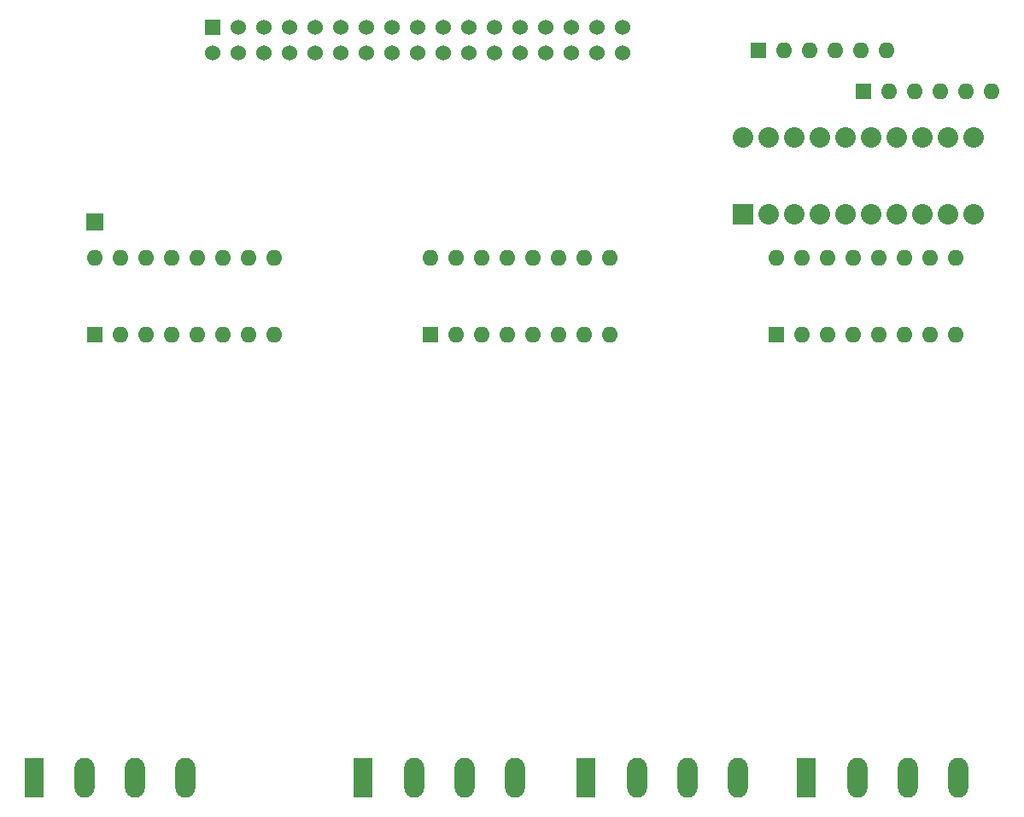
<source format=gbr>
%TF.GenerationSoftware,KiCad,Pcbnew,5.1.6-c6e7f7d~86~ubuntu18.04.1*%
%TF.CreationDate,2020-07-18T15:31:23+02:00*%
%TF.ProjectId,sboxnet-gbm,73626f78-6e65-4742-9d67-626d2e6b6963,rev?*%
%TF.SameCoordinates,Original*%
%TF.FileFunction,Copper,L1,Top*%
%TF.FilePolarity,Positive*%
%FSLAX46Y46*%
G04 Gerber Fmt 4.6, Leading zero omitted, Abs format (unit mm)*
G04 Created by KiCad (PCBNEW 5.1.6-c6e7f7d~86~ubuntu18.04.1) date 2020-07-18 15:31:23*
%MOMM*%
%LPD*%
G01*
G04 APERTURE LIST*
%TA.AperFunction,ComponentPad*%
%ADD10R,1.700000X1.700000*%
%TD*%
%TA.AperFunction,ComponentPad*%
%ADD11C,2.032000*%
%TD*%
%TA.AperFunction,ComponentPad*%
%ADD12R,2.032000X2.032000*%
%TD*%
%TA.AperFunction,ComponentPad*%
%ADD13O,1.600000X1.600000*%
%TD*%
%TA.AperFunction,ComponentPad*%
%ADD14R,1.600000X1.600000*%
%TD*%
%TA.AperFunction,ComponentPad*%
%ADD15C,1.524000*%
%TD*%
%TA.AperFunction,ComponentPad*%
%ADD16R,1.524000X1.524000*%
%TD*%
%TA.AperFunction,ComponentPad*%
%ADD17O,1.980000X3.960000*%
%TD*%
%TA.AperFunction,ComponentPad*%
%ADD18R,1.980000X3.960000*%
%TD*%
G04 APERTURE END LIST*
D10*
X62003940Y-54643020D03*
D11*
X126238000Y-46228000D03*
X128778000Y-46228000D03*
X131318000Y-46228000D03*
X133858000Y-46228000D03*
X146558000Y-53848000D03*
X149098000Y-53848000D03*
X149098000Y-46228000D03*
X146558000Y-46228000D03*
X144018000Y-53848000D03*
X141478000Y-53848000D03*
X138938000Y-53848000D03*
X136398000Y-53848000D03*
X136398000Y-46228000D03*
X138938000Y-46228000D03*
X141478000Y-46228000D03*
X144018000Y-46228000D03*
X133858000Y-53848000D03*
X131318000Y-53848000D03*
X128778000Y-53848000D03*
D12*
X126238000Y-53848000D03*
D13*
X150876000Y-41656000D03*
X148336000Y-41656000D03*
X145796000Y-41656000D03*
X143256000Y-41656000D03*
X140716000Y-41656000D03*
D14*
X138176000Y-41656000D03*
D13*
X140462000Y-37592000D03*
X137922000Y-37592000D03*
X135382000Y-37592000D03*
X132842000Y-37592000D03*
X130302000Y-37592000D03*
D14*
X127762000Y-37592000D03*
D15*
X114300000Y-35306000D03*
X111760000Y-35306000D03*
X109220000Y-35306000D03*
X106680000Y-35306000D03*
X104140000Y-35306000D03*
X101600000Y-35306000D03*
X99060000Y-35306000D03*
X114300000Y-37846000D03*
X111760000Y-37846000D03*
X109220000Y-37846000D03*
X106680000Y-37846000D03*
X104140000Y-37846000D03*
X101600000Y-37846000D03*
X99060000Y-37846000D03*
X96520000Y-35306000D03*
X96520000Y-37846000D03*
X93980000Y-35306000D03*
X93980000Y-37846000D03*
X91440000Y-35306000D03*
X91440000Y-37846000D03*
X88900000Y-35306000D03*
X88900000Y-37846000D03*
X86360000Y-35306000D03*
X86360000Y-37846000D03*
X83820000Y-35306000D03*
X83820000Y-37846000D03*
X81280000Y-35306000D03*
X81280000Y-37846000D03*
X78740000Y-35306000D03*
X78740000Y-37846000D03*
X76200000Y-35306000D03*
X76200000Y-37846000D03*
D16*
X73660000Y-35306000D03*
D15*
X73660000Y-37846000D03*
D13*
X129540000Y-58166000D03*
X147320000Y-65786000D03*
X132080000Y-58166000D03*
X144780000Y-65786000D03*
X134620000Y-58166000D03*
X142240000Y-65786000D03*
X137160000Y-58166000D03*
X139700000Y-65786000D03*
X139700000Y-58166000D03*
X137160000Y-65786000D03*
X142240000Y-58166000D03*
X134620000Y-65786000D03*
X144780000Y-58166000D03*
X132080000Y-65786000D03*
X147320000Y-58166000D03*
D14*
X129540000Y-65786000D03*
D17*
X142537200Y-109728000D03*
X147537200Y-109728000D03*
X137537200Y-109728000D03*
D18*
X132537200Y-109728000D03*
D13*
X95250000Y-58166000D03*
X113030000Y-65786000D03*
X97790000Y-58166000D03*
X110490000Y-65786000D03*
X100330000Y-58166000D03*
X107950000Y-65786000D03*
X102870000Y-58166000D03*
X105410000Y-65786000D03*
X105410000Y-58166000D03*
X102870000Y-65786000D03*
X107950000Y-58166000D03*
X100330000Y-65786000D03*
X110490000Y-58166000D03*
X97790000Y-65786000D03*
X113030000Y-58166000D03*
D14*
X95250000Y-65786000D03*
D13*
X61976000Y-58166000D03*
X79756000Y-65786000D03*
X64516000Y-58166000D03*
X77216000Y-65786000D03*
X67056000Y-58166000D03*
X74676000Y-65786000D03*
X69596000Y-58166000D03*
X72136000Y-65786000D03*
X72136000Y-58166000D03*
X69596000Y-65786000D03*
X74676000Y-58166000D03*
X67056000Y-65786000D03*
X77216000Y-58166000D03*
X64516000Y-65786000D03*
X79756000Y-58166000D03*
D14*
X61976000Y-65786000D03*
D17*
X120693200Y-109728000D03*
X125693200Y-109728000D03*
X115693200Y-109728000D03*
D18*
X110693200Y-109728000D03*
D17*
X98595200Y-109728000D03*
X103595200Y-109728000D03*
X93595200Y-109728000D03*
D18*
X88595200Y-109728000D03*
D17*
X65981600Y-109728000D03*
X70981600Y-109728000D03*
X60981600Y-109728000D03*
D18*
X55981600Y-109728000D03*
M02*

</source>
